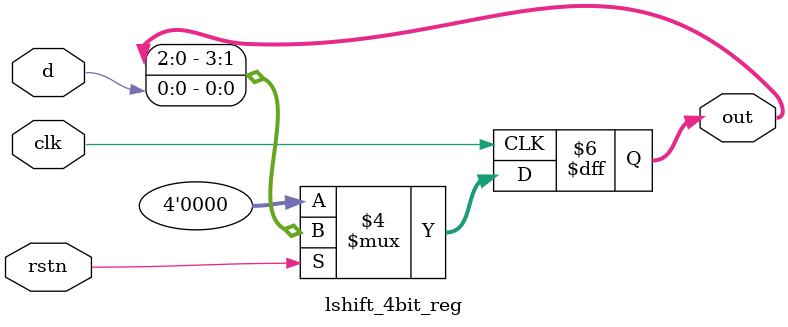
<source format=v>

module lshift_4bit_reg(input d, input clk, input rstn, output reg[3:0] out);
	always @ (posedge clk)begin
	    if(!rstn)begin
			out<=0;
		end else begin
			out<={out[2:0],d};
		end
	end
endmodule

</source>
